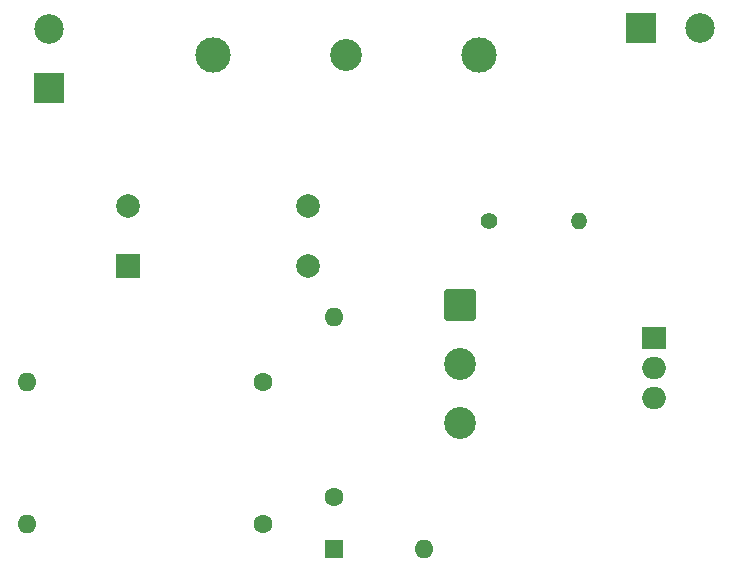
<source format=gbr>
%TF.GenerationSoftware,KiCad,Pcbnew,6.0.7-f9a2dced07~116~ubuntu20.04.1*%
%TF.CreationDate,2022-08-07T22:42:36+01:00*%
%TF.ProjectId,MController,4d436f6e-7472-46f6-9c6c-65722e6b6963,rev?*%
%TF.SameCoordinates,Original*%
%TF.FileFunction,Soldermask,Top*%
%TF.FilePolarity,Negative*%
%FSLAX46Y46*%
G04 Gerber Fmt 4.6, Leading zero omitted, Abs format (unit mm)*
G04 Created by KiCad (PCBNEW 6.0.7-f9a2dced07~116~ubuntu20.04.1) date 2022-08-07 22:42:36*
%MOMM*%
%LPD*%
G01*
G04 APERTURE LIST*
G04 Aperture macros list*
%AMRoundRect*
0 Rectangle with rounded corners*
0 $1 Rounding radius*
0 $2 $3 $4 $5 $6 $7 $8 $9 X,Y pos of 4 corners*
0 Add a 4 corners polygon primitive as box body*
4,1,4,$2,$3,$4,$5,$6,$7,$8,$9,$2,$3,0*
0 Add four circle primitives for the rounded corners*
1,1,$1+$1,$2,$3*
1,1,$1+$1,$4,$5*
1,1,$1+$1,$6,$7*
1,1,$1+$1,$8,$9*
0 Add four rect primitives between the rounded corners*
20,1,$1+$1,$2,$3,$4,$5,0*
20,1,$1+$1,$4,$5,$6,$7,0*
20,1,$1+$1,$6,$7,$8,$9,0*
20,1,$1+$1,$8,$9,$2,$3,0*%
G04 Aperture macros list end*
%ADD10C,1.400000*%
%ADD11O,1.400000X1.400000*%
%ADD12R,2.000000X1.905000*%
%ADD13O,2.000000X1.905000*%
%ADD14C,2.700000*%
%ADD15C,3.000000*%
%ADD16C,1.600000*%
%ADD17O,1.600000X1.600000*%
%ADD18RoundRect,0.250001X-1.099999X1.099999X-1.099999X-1.099999X1.099999X-1.099999X1.099999X1.099999X0*%
%ADD19R,2.500000X2.500000*%
%ADD20C,2.500000*%
%ADD21R,2.000000X2.000000*%
%ADD22C,2.000000*%
%ADD23R,1.600000X1.600000*%
G04 APERTURE END LIST*
D10*
%TO.C,R1*%
X126619000Y-69850000D03*
D11*
X134239000Y-69850000D03*
%TD*%
D12*
%TO.C,Q1*%
X140639800Y-79730600D03*
D13*
X140639800Y-82270600D03*
X140639800Y-84810600D03*
%TD*%
D14*
%TO.C,F1*%
X114526400Y-55778400D03*
D15*
X103276400Y-55778400D03*
X125776400Y-55778400D03*
%TD*%
D16*
%TO.C,R2*%
X113512600Y-93167200D03*
D17*
X113512600Y-77927200D03*
%TD*%
D18*
%TO.C,J3*%
X124180600Y-76915000D03*
D14*
X124180600Y-81915000D03*
X124180600Y-86915000D03*
%TD*%
D19*
%TO.C,J1*%
X139536800Y-53484800D03*
D20*
X144536800Y-53484800D03*
%TD*%
D21*
%TO.C,FL1*%
X96072900Y-73654500D03*
D22*
X96072900Y-68554500D03*
X111272900Y-73654500D03*
X111272900Y-68554500D03*
%TD*%
D23*
%TO.C,DIAC1*%
X113512600Y-97586800D03*
D17*
X121132600Y-97586800D03*
%TD*%
D19*
%TO.C,J2*%
X89357200Y-58572400D03*
D20*
X89357200Y-53572400D03*
%TD*%
D16*
%TO.C,C2*%
X107510600Y-95504000D03*
D17*
X87510600Y-95504000D03*
%TD*%
D16*
%TO.C,C1*%
X107510600Y-83439000D03*
D17*
X87510600Y-83439000D03*
%TD*%
M02*

</source>
